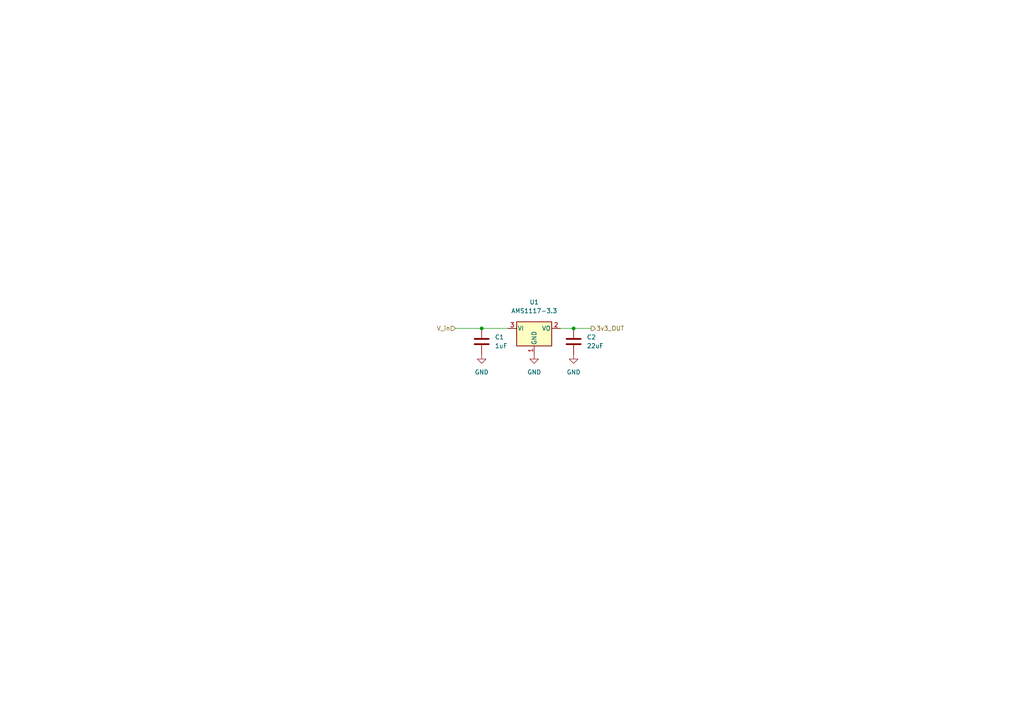
<source format=kicad_sch>
(kicad_sch (version 20211123) (generator eeschema)
  (paper "A4")
  (lib_symbols
    (symbol "Device:C" (pin_numbers hide) (pin_names (offset 0.254))
      (property "Reference" "C" (at 0.635 2.54 0))
      (property "Value" "C" (at 0.635 -2.54 0))
      (symbol "C_0_1"
        (polyline (pts (xy -2.032 -0.762) (xy 2.032 -0.762)) (stroke (width 0.508)))
        (polyline (pts (xy -2.032 0.762) (xy 2.032 0.762)) (stroke (width 0.508)))
      )
      (symbol "C_1_1"
        (pin passive line (at 0 3.81 270) (length 2.794) (name "~") (number "1"))
        (pin passive line (at 0 -3.81 90) (length 2.794) (name "~") (number "2"))
      )
    )
    (symbol "Regulator_Linear:AMS1117-3.3" (pin_names (offset 0.254))
      (property "Reference" "U" (at -3.81 3.175 0))
      (property "Value" "AMS1117-3.3" (at 0 3.175 0))
      (symbol "AMS1117-3.3_0_1"
        (rectangle (start -5.08 -5.08) (end 5.08 1.905) (stroke (width 0.254)) (fill (type background)))
      )
      (symbol "AMS1117-3.3_1_1"
        (pin power_in line (at 0 -7.62 90) (length 2.54) (name "GND") (number "1"))
        (pin power_out line (at 7.62 0 180) (length 2.54) (name "VO") (number "2"))
        (pin power_in line (at -7.62 0 0) (length 2.54) (name "VI") (number "3"))
      )
    )
    (symbol "power:GND" (power) (pin_names (offset 0))
      (property "Value" "GND" (at 0 -3.81 0))
      (symbol "GND_0_1"
        (polyline (pts (xy 0 0) (xy 0 -1.27) (xy 1.27 -1.27) (xy 0 -2.54) (xy -1.27 -1.27) (xy 0 -1.27)))
      )
      (symbol "GND_1_1"
        (pin power_in line (at 0 0 270) (length 0) hide (name "GND") (number "1"))
      )
    )
  )
  (junction (at 139.7 95.25))
  (junction (at 166.37 95.25))
  (wire (pts (xy 166.37 95.25) (xy 162.56 95.25)))
  (wire (pts (xy 132.08 95.25) (xy 139.7 95.25)))
  (wire (pts (xy 139.7 95.25) (xy 147.32 95.25)))
  (wire (pts (xy 171.45 95.25) (xy 166.37 95.25)))
  (hierarchical_label "V_in" (shape input) (at 132.08 95.25 180))
  (hierarchical_label "3v3_OUT" (shape output) (at 171.45 95.25 0))
  (symbol (lib_id "power:GND") (at 139.7 102.87 0) (unit 1)
    (property "Reference" "#PWR01" (effects hide))
    (property "Value" "GND" (at 139.7 107.95 0))
  )
  (symbol (lib_id "Device:C") (at 166.37 99.06 0) (unit 1)
    (property "Reference" "C2" (at 170.18 97.7899 0) (effects (justify left)))
    (property "Value" "22uF" (at 170.18 100.3299 0) (effects (justify left)))
    (property "Footprint" "Capacitor_SMD:C_0603_1608Metric_Pad1.08x0.95mm_HandSolder" (effects hide))
  )
  (symbol (lib_id "power:GND") (at 154.94 102.87 0) (unit 1)
    (property "Reference" "#PWR02" (effects hide))
    (property "Value" "GND" (at 154.94 107.95 0))
  )
  (symbol (lib_id "power:GND") (at 166.37 102.87 0) (unit 1)
    (property "Reference" "#PWR03" (effects hide))
    (property "Value" "GND" (at 166.37 107.95 0))
  )
  (symbol (lib_id "Device:C") (at 139.7 99.06 0) (unit 1)
    (property "Reference" "C1" (at 143.51 97.7899 0) (effects (justify left)))
    (property "Value" "1uF" (at 143.51 100.3299 0) (effects (justify left)))
    (property "Footprint" "Capacitor_SMD:C_0603_1608Metric_Pad1.08x0.95mm_HandSolder" (effects hide))
  )
  (symbol (lib_id "Regulator_Linear:AMS1117-3.3") (at 154.94 95.25 0) (unit 1)
    (property "Reference" "U1" (at 154.94 87.63 0))
    (property "Value" "AMS1117-3.3" (at 154.94 90.17 0))
    (property "Footprint" "Package_TO_SOT_SMD:SOT-223-3_TabPin2" (effects hide))
    (property "Datasheet" "http://www.advanced-monolithic.com/pdf/ds1117.pdf" (effects hide))
  )
)
</source>
